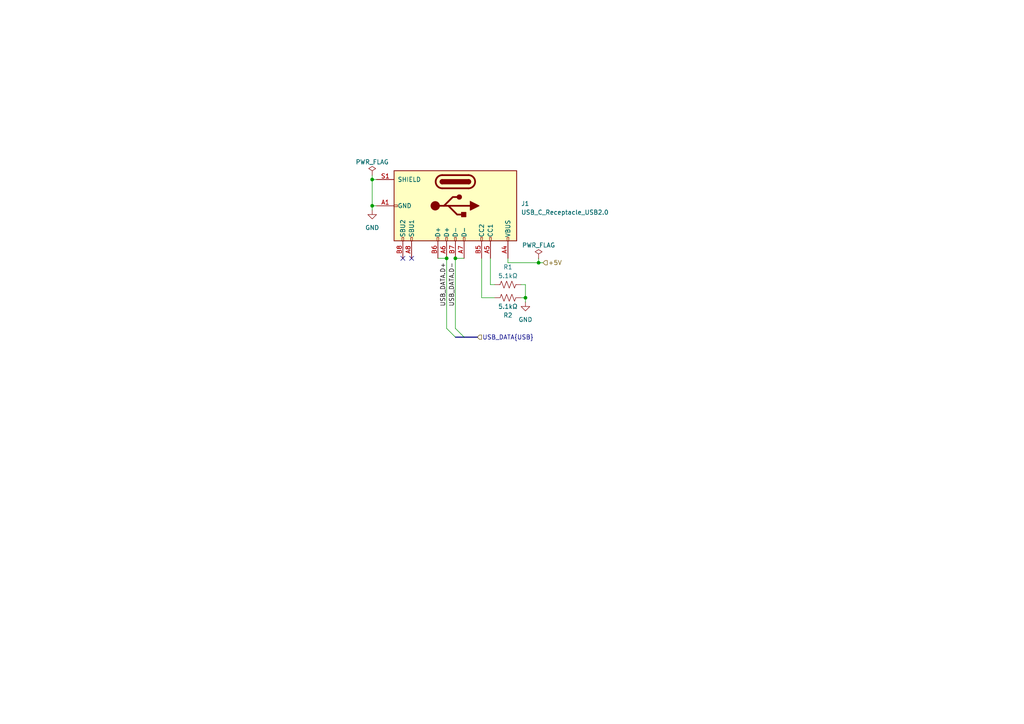
<source format=kicad_sch>
(kicad_sch (version 20230121) (generator eeschema)
  (paper "A4")
  (lib_symbols
    (symbol "Connector:USB_C_Receptacle_USB2.0" (pin_names (offset 1.016))
      (property "Reference" "J" (at -10.16 19.05 0))
      (property "Value" "USB_C_Receptacle_USB2.0" (at 19.05 19.05 0))
      (symbol "USB_C_Receptacle_USB2.0_0_0"
        (rectangle (start -0.254 -17.78) (end 0.254 -16.764))
        (rectangle (start 10.16 -14.986) (end 9.144 -15.494))
        (rectangle (start 10.16 -12.446) (end 9.144 -12.954))
        (rectangle (start 10.16 -4.826) (end 9.144 -5.334))
        (rectangle (start 10.16 -2.286) (end 9.144 -2.794))
        (rectangle (start 10.16 0.254) (end 9.144 -0.254))
        (rectangle (start 10.16 2.794) (end 9.144 2.286))
        (rectangle (start 10.16 7.874) (end 9.144 7.366))
        (rectangle (start 10.16 10.414) (end 9.144 9.906))
        (rectangle (start 10.16 15.494) (end 9.144 14.986))
      )
      (symbol "USB_C_Receptacle_USB2.0_0_1"
        (rectangle (start -10.16 17.78) (end 10.16 -17.78) (stroke (width 0.254)) (fill (type background)))
        (arc (start -8.89 -3.81) (mid -6.985 -5.7067) (end -5.08 -3.81) (stroke (width 0.508)))
        (arc (start -7.62 -3.81) (mid -6.985 -4.4423) (end -6.35 -3.81) (stroke (width 0.254)))
        (arc (start -7.62 -3.81) (mid -6.985 -4.4423) (end -6.35 -3.81) (stroke (width 0.254)) (fill (type outline)))
        (rectangle (start -7.62 -3.81) (end -6.35 3.81) (stroke (width 0.254)) (fill (type outline)))
        (arc (start -6.35 3.81) (mid -6.985 4.4423) (end -7.62 3.81) (stroke (width 0.254)))
        (arc (start -6.35 3.81) (mid -6.985 4.4423) (end -7.62 3.81) (stroke (width 0.254)) (fill (type outline)))
        (arc (start -5.08 3.81) (mid -6.985 5.7067) (end -8.89 3.81) (stroke (width 0.508)))
        (circle (center -2.54 1.143) (radius 0.635) (stroke (width 0.254)) (fill (type outline)))
        (circle (center 0 -5.842) (radius 1.27) (fill (type outline)))
        (polyline (pts (xy -8.89 -3.81) (xy -8.89 3.81)) (stroke (width 0.508)))
        (polyline (pts (xy -5.08 3.81) (xy -5.08 -3.81)) (stroke (width 0.508)))
        (polyline (pts (xy 0 -5.842) (xy 0 4.318)) (stroke (width 0.508)))
        (polyline (pts (xy 0 -3.302) (xy -2.54 -0.762) (xy -2.54 0.508)) (stroke (width 0.508)))
        (polyline (pts (xy 0 -2.032) (xy 2.54 0.508) (xy 2.54 1.778)) (stroke (width 0.508)))
        (polyline (pts (xy -1.27 4.318) (xy 0 6.858) (xy 1.27 4.318) (xy -1.27 4.318)) (stroke (width 0.254)) (fill (type outline)))
        (rectangle (start 1.905 1.778) (end 3.175 3.048) (stroke (width 0.254)) (fill (type outline)))
      )
      (symbol "USB_C_Receptacle_USB2.0_1_1"
        (pin passive line (at 0 -22.86 90) (length 5.08) (name "GND") (number "A1"))
        (pin passive line (at 0 -22.86 90) (length 5.08) hide (name "GND") (number "A12"))
        (pin passive line (at 15.24 15.24 180) (length 5.08) (name "VBUS") (number "A4"))
        (pin bidirectional line (at 15.24 10.16 180) (length 5.08) (name "CC1") (number "A5"))
        (pin bidirectional line (at 15.24 -2.54 180) (length 5.08) (name "D+") (number "A6"))
        (pin bidirectional line (at 15.24 2.54 180) (length 5.08) (name "D-") (number "A7"))
        (pin bidirectional line (at 15.24 -12.7 180) (length 5.08) (name "SBU1") (number "A8"))
        (pin passive line (at 15.24 15.24 180) (length 5.08) hide (name "VBUS") (number "A9"))
        (pin passive line (at 0 -22.86 90) (length 5.08) hide (name "GND") (number "B1"))
        (pin passive line (at 0 -22.86 90) (length 5.08) hide (name "GND") (number "B12"))
        (pin passive line (at 15.24 15.24 180) (length 5.08) hide (name "VBUS") (number "B4"))
        (pin bidirectional line (at 15.24 7.62 180) (length 5.08) (name "CC2") (number "B5"))
        (pin bidirectional line (at 15.24 -5.08 180) (length 5.08) (name "D+") (number "B6"))
        (pin bidirectional line (at 15.24 0 180) (length 5.08) (name "D-") (number "B7"))
        (pin bidirectional line (at 15.24 -15.24 180) (length 5.08) (name "SBU2") (number "B8"))
        (pin passive line (at 15.24 15.24 180) (length 5.08) hide (name "VBUS") (number "B9"))
        (pin passive line (at -7.62 -22.86 90) (length 5.08) (name "SHIELD") (number "S1"))
      )
    )
    (symbol "Device:R_US" (pin_numbers hide) (pin_names (offset 0))
      (property "Reference" "R" (at 2.54 0 90))
      (property "Value" "R_US" (at -2.54 0 90))
      (symbol "R_US_0_1"
        (polyline (pts (xy 0 -2.286) (xy 0 -2.54)))
        (polyline (pts (xy 0 2.286) (xy 0 2.54)))
        (polyline (pts (xy 0 -0.762) (xy 1.016 -1.143) (xy 0 -1.524) (xy -1.016 -1.905) (xy 0 -2.286)))
        (polyline (pts (xy 0 0.762) (xy 1.016 0.381) (xy 0 0) (xy -1.016 -0.381) (xy 0 -0.762)))
        (polyline (pts (xy 0 2.286) (xy 1.016 1.905) (xy 0 1.524) (xy -1.016 1.143) (xy 0 0.762)))
      )
      (symbol "R_US_1_1"
        (pin passive line (at 0 3.81 270) (length 1.27) (name "~") (number "1"))
        (pin passive line (at 0 -3.81 90) (length 1.27) (name "~") (number "2"))
      )
    )
    (symbol "power:GND" (power) (pin_names (offset 0))
      (property "Value" "GND" (at 0 -3.81 0))
      (symbol "GND_0_1"
        (polyline (pts (xy 0 0) (xy 0 -1.27) (xy 1.27 -1.27) (xy 0 -2.54) (xy -1.27 -1.27) (xy 0 -1.27)))
      )
      (symbol "GND_1_1"
        (pin power_in line (at 0 0 270) (length 0) hide (name "GND") (number "1"))
      )
    )
    (symbol "power:PWR_FLAG" (power) (pin_numbers hide) (pin_names (offset 0) hide)
      (property "Value" "PWR_FLAG" (at 0 3.81 0))
      (symbol "PWR_FLAG_0_0"
        (pin power_out line (at 0 0 90) (length 0) (name "pwr") (number "1"))
      )
      (symbol "PWR_FLAG_0_1"
        (polyline (pts (xy 0 0) (xy 0 1.27) (xy -1.016 1.905) (xy 0 2.54) (xy 1.016 1.905) (xy 0 1.27)))
      )
    )
  )
  (bus_alias "USB" (members "D+" "D-"))
  (junction (at 152.4 86.36))
  (junction (at 107.95 52.07))
  (junction (at 129.54 74.93))
  (junction (at 107.95 59.69))
  (junction (at 132.08 74.93))
  (junction (at 156.21 76.2))
  (no_connect (at 116.84 74.93))
  (no_connect (at 119.38 74.93))
  (bus_entry (at 134.62 97.79) (size -2.54 -2.54))
  (bus_entry (at 132.08 97.79) (size -2.54 -2.54))
  (wire (pts (xy 152.4 82.55) (xy 152.4 86.36)))
  (wire (pts (xy 147.32 74.93) (xy 147.32 76.2)))
  (wire (pts (xy 132.08 74.93) (xy 134.62 74.93)))
  (wire (pts (xy 142.24 82.55) (xy 143.51 82.55)))
  (bus (pts (xy 134.62 97.79) (xy 138.43 97.79)))
  (bus (pts (xy 132.08 97.79) (xy 134.62 97.79)))
  (wire (pts (xy 157.48 76.2) (xy 156.21 76.2)))
  (wire (pts (xy 127 74.93) (xy 129.54 74.93)))
  (wire (pts (xy 107.95 60.96) (xy 107.95 59.69)))
  (wire (pts (xy 139.7 86.36) (xy 143.51 86.36)))
  (wire (pts (xy 151.13 86.36) (xy 152.4 86.36)))
  (wire (pts (xy 156.21 74.93) (xy 156.21 76.2)))
  (wire (pts (xy 139.7 74.93) (xy 139.7 86.36)))
  (wire (pts (xy 107.95 59.69) (xy 109.22 59.69)))
  (wire (pts (xy 107.95 50.8) (xy 107.95 52.07)))
  (wire (pts (xy 152.4 86.36) (xy 152.4 87.63)))
  (wire (pts (xy 107.95 52.07) (xy 107.95 59.69)))
  (wire (pts (xy 129.54 74.93) (xy 129.54 95.25)))
  (wire (pts (xy 132.08 74.93) (xy 132.08 95.25)))
  (wire (pts (xy 151.13 82.55) (xy 152.4 82.55)))
  (wire (pts (xy 147.32 76.2) (xy 156.21 76.2)))
  (wire (pts (xy 109.22 52.07) (xy 107.95 52.07)))
  (wire (pts (xy 142.24 74.93) (xy 142.24 82.55)))
  (label "USB_DATA.D-" (at 132.08 88.9 90))
  (label "USB_DATA.D+" (at 129.54 88.9 90))
  (hierarchical_label "+5V" (shape input) (at 157.48 76.2 0))
  (hierarchical_label "USB_DATA{USB}" (shape input) (at 138.43 97.79 0))
  (symbol (lib_id "Connector:USB_C_Receptacle_USB2.0") (at 132.08 59.69 270) (unit 1)
    (property "Reference" "J1" (at 151.13 59.055 90) (effects (justify left)))
    (property "Value" "USB_C_Receptacle_USB2.0" (at 151.13 61.595 90) (effects (justify left)))
    (property "Footprint" "Connector_USB:USB_C_Receptacle_GCT_USB4085" (effects hide))
    (property "Datasheet" "https://www.usb.org/sites/default/files/documents/usb_type-c.zip" (effects hide))
  )
  (symbol (lib_id "Device:R_US") (at 147.32 86.36 270) (unit 1)
    (property "Reference" "R2" (at 147.32 91.44 90))
    (property "Value" "5.1kΩ" (at 147.32 88.9 90))
    (property "Footprint" "Resistor_SMD:R_1206_3216Metric_Pad1.30x1.75mm_HandSolder" (effects hide))
  )
  (symbol (lib_id "Device:R_US") (at 147.32 82.55 90) (unit 1)
    (property "Reference" "R1" (at 147.32 77.47 90))
    (property "Value" "5.1kΩ" (at 147.32 80.01 90))
    (property "Footprint" "Resistor_SMD:R_1206_3216Metric_Pad1.30x1.75mm_HandSolder" (effects hide))
  )
  (symbol (lib_id "power:GND") (at 107.95 60.96 0) (unit 1)
    (property "Reference" "#PWR01" (effects hide))
    (property "Value" "GND" (at 107.95 66.04 0))
  )
  (symbol (lib_id "power:PWR_FLAG") (at 156.21 74.93 0) (unit 1)
    (property "Reference" "#FLG01" (effects hide))
    (property "Value" "PWR_FLAG" (at 156.21 71.12 0))
  )
  (symbol (lib_id "power:GND") (at 152.4 87.63 0) (unit 1)
    (property "Reference" "#PWR02" (effects hide))
    (property "Value" "GND" (at 152.4 92.71 0))
  )
  (symbol (lib_id "power:PWR_FLAG") (at 107.95 50.8 0) (unit 1)
    (property "Reference" "#FLG04" (effects hide))
    (property "Value" "PWR_FLAG" (at 107.95 46.99 0))
  )
)
</source>
